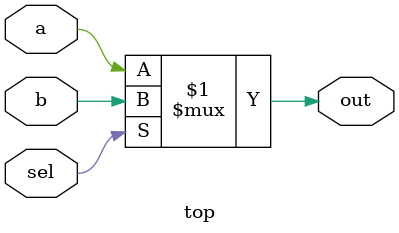
<source format=v>
module top (
    input  wire a,    
    input  wire b,    
    input  wire sel,  
    output wire out   
);

    assign out = sel ? b : a; 

endmodule



</source>
